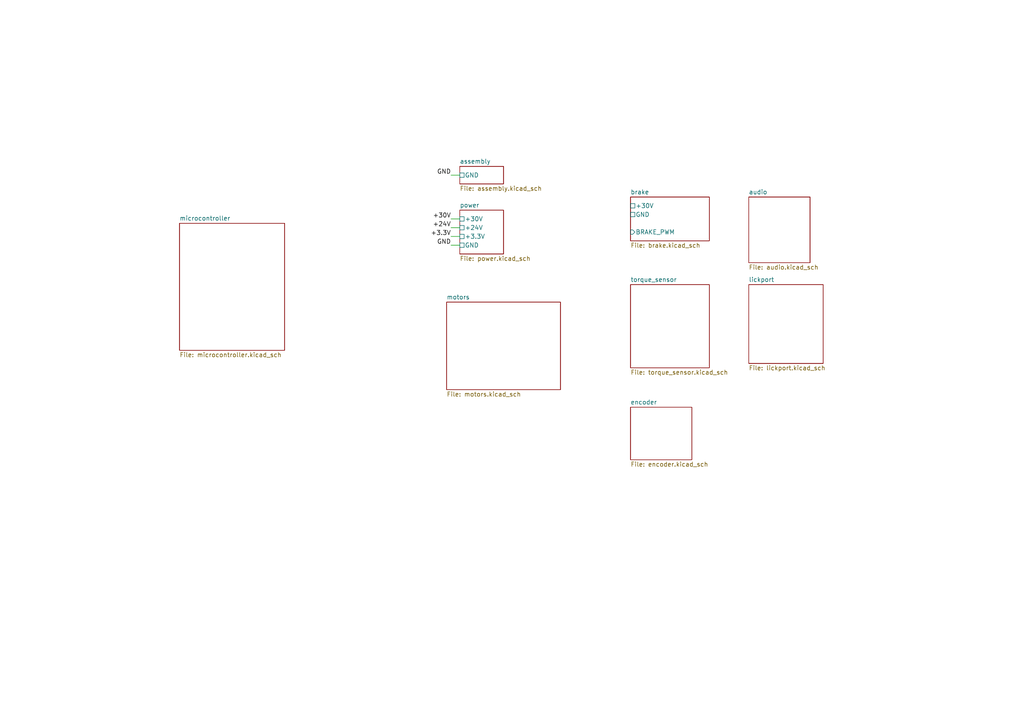
<source format=kicad_sch>
(kicad_sch (version 20230121) (generator eeschema)
  (paper "A4")
  (title_block (title "mouse_joystick_controller") (date "2023-06-07") (rev "2.0") (company "Howard Hughes Medical Institute"))
  (lib_symbols)
  (wire (pts (xy 133.35 68.58) (xy 130.81 68.58)))
  (wire (pts (xy 133.35 71.12) (xy 130.81 71.12)))
  (wire (pts (xy 133.35 63.5) (xy 130.81 63.5)))
  (wire (pts (xy 133.35 66.04) (xy 130.81 66.04)))
  (wire (pts (xy 133.35 50.8) (xy 130.81 50.8)))
  (label "+24V" (at 130.81 66.04 180))
  (label "GND" (at 130.81 71.12 180))
  (label "+30V" (at 130.81 63.5 180))
  (label "GND" (at 130.81 50.8 180))
  (label "+3.3V" (at 130.81 68.58 180))
  (sheet (at 217.17 57.15) (size 17.78 19.05) (stroke (width 0.1524))
    (property "Sheetname" "audio" (at 217.17 56.4384 0) (effects (justify left bottom)))
    (property "Sheetfile" "audio.kicad_sch" (at 217.17 76.7846 0) (effects (justify left top)))
  )
  (sheet (at 217.17 82.55) (size 21.59 22.86) (stroke (width 0.1524))
    (property "Sheetname" "lickport" (at 217.17 81.8384 0) (effects (justify left bottom)))
    (property "Sheetfile" "lickport.kicad_sch" (at 217.17 105.9946 0) (effects (justify left top)))
  )
  (sheet (at 129.54 87.63) (size 33.02 25.4) (stroke (width 0.1524))
    (property "Sheetname" "motors" (at 129.54 86.9184 0) (effects (justify left bottom)))
    (property "Sheetfile" "motors.kicad_sch" (at 129.54 113.6146 0) (effects (justify left top)))
  )
  (sheet (at 182.88 57.15) (size 22.86 12.7) (stroke (width 0.1524))
    (property "Sheetname" "brake" (at 182.88 56.4384 0) (effects (justify left bottom)))
    (property "Sheetfile" "brake.kicad_sch" (at 182.88 70.4346 0) (effects (justify left top)))
    (pin "GND" passive (at 182.88 62.23 180))
    (pin "+30V" passive (at 182.88 59.69 180))
    (pin "BRAKE_PWM" input (at 182.88 67.31 180))
  )
  (sheet (at 52.07 64.77) (size 30.48 36.83) (stroke (width 0.1524))
    (property "Sheetname" "microcontroller" (at 52.07 64.0584 0) (effects (justify left bottom)))
    (property "Sheetfile" "microcontroller.kicad_sch" (at 52.07 102.1846 0) (effects (justify left top)))
  )
  (sheet (at 182.88 82.55) (size 22.86 24.13) (stroke (width 0.1524))
    (property "Sheetname" "torque_sensor" (at 182.88 81.8384 0) (effects (justify left bottom)))
    (property "Sheetfile" "torque_sensor.kicad_sch" (at 182.88 107.2646 0) (effects (justify left top)))
  )
  (sheet (at 182.88 118.11) (size 17.78 15.24) (stroke (width 0.1524))
    (property "Sheetname" "encoder" (at 182.88 117.3984 0) (effects (justify left bottom)))
    (property "Sheetfile" "encoder.kicad_sch" (at 182.88 133.9346 0) (effects (justify left top)))
  )
  (sheet (at 133.35 48.26) (size 12.7 5.08) (stroke (width 0.1524))
    (property "Sheetname" "assembly" (at 133.35 47.5484 0) (effects (justify left bottom)))
    (property "Sheetfile" "assembly.kicad_sch" (at 133.35 53.9246 0) (effects (justify left top)))
    (pin "GND" passive (at 133.35 50.8 180))
  )
  (sheet (at 133.35 60.96) (size 12.7 12.7) (stroke (width 0.1524))
    (property "Sheetname" "power" (at 133.35 60.2484 0) (effects (justify left bottom)))
    (property "Sheetfile" "power.kicad_sch" (at 133.35 74.2446 0) (effects (justify left top)))
    (pin "+24V" passive (at 133.35 66.04 180))
    (pin "GND" passive (at 133.35 71.12 180))
    (pin "+3.3V" passive (at 133.35 68.58 180))
    (pin "+30V" passive (at 133.35 63.5 180))
  )
)
</source>
